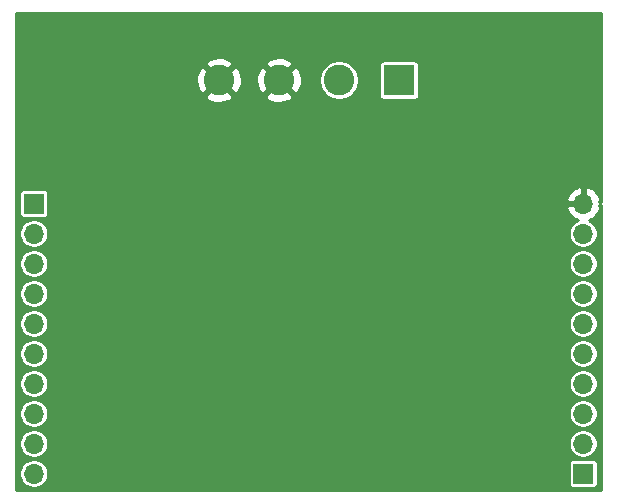
<source format=gbr>
%TF.GenerationSoftware,KiCad,Pcbnew,(5.1.10)-1*%
%TF.CreationDate,2022-09-18T09:06:00-05:00*%
%TF.ProjectId,digi_pot_tracer,64696769-5f70-46f7-945f-747261636572,A*%
%TF.SameCoordinates,Original*%
%TF.FileFunction,Copper,L2,Bot*%
%TF.FilePolarity,Positive*%
%FSLAX46Y46*%
G04 Gerber Fmt 4.6, Leading zero omitted, Abs format (unit mm)*
G04 Created by KiCad (PCBNEW (5.1.10)-1) date 2022-09-18 09:06:00*
%MOMM*%
%LPD*%
G01*
G04 APERTURE LIST*
%TA.AperFunction,ComponentPad*%
%ADD10O,1.700000X1.700000*%
%TD*%
%TA.AperFunction,ComponentPad*%
%ADD11R,1.700000X1.700000*%
%TD*%
%TA.AperFunction,ComponentPad*%
%ADD12C,2.600000*%
%TD*%
%TA.AperFunction,ComponentPad*%
%ADD13R,2.600000X2.600000*%
%TD*%
%TA.AperFunction,ViaPad*%
%ADD14C,0.508000*%
%TD*%
%TA.AperFunction,Conductor*%
%ADD15C,0.254000*%
%TD*%
%TA.AperFunction,Conductor*%
%ADD16C,0.100000*%
%TD*%
G04 APERTURE END LIST*
D10*
%TO.P,J3,10*%
%TO.N,GND*%
X204107000Y-73848000D03*
%TO.P,J3,9*%
%TO.N,PANEL_CURRENT*%
X204107000Y-76388000D03*
%TO.P,J3,8*%
%TO.N,Net-(J3-Pad8)*%
X204107000Y-78928000D03*
%TO.P,J3,7*%
%TO.N,Net-(J3-Pad7)*%
X204107000Y-81468000D03*
%TO.P,J3,6*%
%TO.N,Net-(J3-Pad6)*%
X204107000Y-84008000D03*
%TO.P,J3,5*%
%TO.N,Net-(J3-Pad5)*%
X204107000Y-86548000D03*
%TO.P,J3,4*%
%TO.N,Net-(J3-Pad4)*%
X204107000Y-89088000D03*
%TO.P,J3,3*%
%TO.N,Net-(J3-Pad3)*%
X204107000Y-91628000D03*
%TO.P,J3,2*%
%TO.N,Net-(J3-Pad2)*%
X204107000Y-94168000D03*
D11*
%TO.P,J3,1*%
%TO.N,Net-(J3-Pad1)*%
X204107000Y-96708000D03*
%TD*%
D10*
%TO.P,J2,10*%
%TO.N,Net-(J2-Pad10)*%
X157594000Y-96708000D03*
%TO.P,J2,9*%
%TO.N,Net-(J2-Pad9)*%
X157594000Y-94168000D03*
%TO.P,J2,8*%
%TO.N,Net-(J2-Pad8)*%
X157594000Y-91628000D03*
%TO.P,J2,7*%
%TO.N,Net-(J2-Pad7)*%
X157594000Y-89088000D03*
%TO.P,J2,6*%
%TO.N,PANEL_VOLTAGE*%
X157594000Y-86548000D03*
%TO.P,J2,5*%
%TO.N,Net-(J2-Pad5)*%
X157594000Y-84008000D03*
%TO.P,J2,4*%
%TO.N,Net-(J2-Pad4)*%
X157594000Y-81468000D03*
%TO.P,J2,3*%
%TO.N,Net-(J2-Pad3)*%
X157594000Y-78928000D03*
%TO.P,J2,2*%
%TO.N,Net-(J2-Pad2)*%
X157594000Y-76388000D03*
D11*
%TO.P,J2,1*%
%TO.N,VBUS*%
X157594000Y-73848000D03*
%TD*%
D12*
%TO.P,J1,4*%
%TO.N,GND*%
X173277500Y-63398500D03*
%TO.P,J1,3*%
X178357500Y-63398500D03*
%TO.P,J1,2*%
%TO.N,Net-(J1-Pad1)*%
X183437500Y-63398500D03*
D13*
%TO.P,J1,1*%
X188517500Y-63398500D03*
%TD*%
D14*
%TO.N,GND*%
X187134500Y-74676000D03*
X180213000Y-75946000D03*
X180213000Y-80899000D03*
X165100000Y-63119000D03*
X163512500Y-66294000D03*
X162052000Y-68389500D03*
X161861500Y-66230500D03*
X159829500Y-64706500D03*
X173736000Y-76390500D03*
X184404000Y-78740000D03*
X189788800Y-75438000D03*
X198755000Y-74803000D03*
X173228000Y-74549000D03*
X161798000Y-84074000D03*
%TD*%
D15*
%TO.N,GND*%
X205588001Y-73720998D02*
X205427156Y-73720998D01*
X205548476Y-73491110D01*
X205503825Y-73343901D01*
X205378641Y-73081080D01*
X205204588Y-72847731D01*
X204988355Y-72652822D01*
X204738252Y-72503843D01*
X204463891Y-72406519D01*
X204234000Y-72527186D01*
X204234000Y-73721000D01*
X204254000Y-73721000D01*
X204254000Y-73975000D01*
X204234000Y-73975000D01*
X204234000Y-73995000D01*
X203980000Y-73995000D01*
X203980000Y-73975000D01*
X202786845Y-73975000D01*
X202665524Y-74204890D01*
X202710175Y-74352099D01*
X202835359Y-74614920D01*
X203009412Y-74848269D01*
X203225645Y-75043178D01*
X203475748Y-75192157D01*
X203638168Y-75249772D01*
X203523903Y-75297102D01*
X203322283Y-75431820D01*
X203150820Y-75603283D01*
X203016102Y-75804903D01*
X202923307Y-76028931D01*
X202876000Y-76266757D01*
X202876000Y-76509243D01*
X202923307Y-76747069D01*
X203016102Y-76971097D01*
X203150820Y-77172717D01*
X203322283Y-77344180D01*
X203523903Y-77478898D01*
X203747931Y-77571693D01*
X203985757Y-77619000D01*
X204228243Y-77619000D01*
X204466069Y-77571693D01*
X204690097Y-77478898D01*
X204891717Y-77344180D01*
X205063180Y-77172717D01*
X205197898Y-76971097D01*
X205290693Y-76747069D01*
X205338000Y-76509243D01*
X205338000Y-76266757D01*
X205290693Y-76028931D01*
X205197898Y-75804903D01*
X205063180Y-75603283D01*
X204891717Y-75431820D01*
X204690097Y-75297102D01*
X204575832Y-75249772D01*
X204738252Y-75192157D01*
X204988355Y-75043178D01*
X205204588Y-74848269D01*
X205378641Y-74614920D01*
X205503825Y-74352099D01*
X205548476Y-74204890D01*
X205427156Y-73975002D01*
X205588001Y-73975002D01*
X205588000Y-98146000D01*
X156108000Y-98146000D01*
X156108000Y-96586757D01*
X156363000Y-96586757D01*
X156363000Y-96829243D01*
X156410307Y-97067069D01*
X156503102Y-97291097D01*
X156637820Y-97492717D01*
X156809283Y-97664180D01*
X157010903Y-97798898D01*
X157234931Y-97891693D01*
X157472757Y-97939000D01*
X157715243Y-97939000D01*
X157953069Y-97891693D01*
X158177097Y-97798898D01*
X158378717Y-97664180D01*
X158550180Y-97492717D01*
X158684898Y-97291097D01*
X158777693Y-97067069D01*
X158825000Y-96829243D01*
X158825000Y-96586757D01*
X158777693Y-96348931D01*
X158684898Y-96124903D01*
X158550180Y-95923283D01*
X158484897Y-95858000D01*
X202874157Y-95858000D01*
X202874157Y-97558000D01*
X202881513Y-97632689D01*
X202903299Y-97704508D01*
X202938678Y-97770696D01*
X202986289Y-97828711D01*
X203044304Y-97876322D01*
X203110492Y-97911701D01*
X203182311Y-97933487D01*
X203257000Y-97940843D01*
X204957000Y-97940843D01*
X205031689Y-97933487D01*
X205103508Y-97911701D01*
X205169696Y-97876322D01*
X205227711Y-97828711D01*
X205275322Y-97770696D01*
X205310701Y-97704508D01*
X205332487Y-97632689D01*
X205339843Y-97558000D01*
X205339843Y-95858000D01*
X205332487Y-95783311D01*
X205310701Y-95711492D01*
X205275322Y-95645304D01*
X205227711Y-95587289D01*
X205169696Y-95539678D01*
X205103508Y-95504299D01*
X205031689Y-95482513D01*
X204957000Y-95475157D01*
X203257000Y-95475157D01*
X203182311Y-95482513D01*
X203110492Y-95504299D01*
X203044304Y-95539678D01*
X202986289Y-95587289D01*
X202938678Y-95645304D01*
X202903299Y-95711492D01*
X202881513Y-95783311D01*
X202874157Y-95858000D01*
X158484897Y-95858000D01*
X158378717Y-95751820D01*
X158177097Y-95617102D01*
X157953069Y-95524307D01*
X157715243Y-95477000D01*
X157472757Y-95477000D01*
X157234931Y-95524307D01*
X157010903Y-95617102D01*
X156809283Y-95751820D01*
X156637820Y-95923283D01*
X156503102Y-96124903D01*
X156410307Y-96348931D01*
X156363000Y-96586757D01*
X156108000Y-96586757D01*
X156108000Y-94046757D01*
X156363000Y-94046757D01*
X156363000Y-94289243D01*
X156410307Y-94527069D01*
X156503102Y-94751097D01*
X156637820Y-94952717D01*
X156809283Y-95124180D01*
X157010903Y-95258898D01*
X157234931Y-95351693D01*
X157472757Y-95399000D01*
X157715243Y-95399000D01*
X157953069Y-95351693D01*
X158177097Y-95258898D01*
X158378717Y-95124180D01*
X158550180Y-94952717D01*
X158684898Y-94751097D01*
X158777693Y-94527069D01*
X158825000Y-94289243D01*
X158825000Y-94046757D01*
X202876000Y-94046757D01*
X202876000Y-94289243D01*
X202923307Y-94527069D01*
X203016102Y-94751097D01*
X203150820Y-94952717D01*
X203322283Y-95124180D01*
X203523903Y-95258898D01*
X203747931Y-95351693D01*
X203985757Y-95399000D01*
X204228243Y-95399000D01*
X204466069Y-95351693D01*
X204690097Y-95258898D01*
X204891717Y-95124180D01*
X205063180Y-94952717D01*
X205197898Y-94751097D01*
X205290693Y-94527069D01*
X205338000Y-94289243D01*
X205338000Y-94046757D01*
X205290693Y-93808931D01*
X205197898Y-93584903D01*
X205063180Y-93383283D01*
X204891717Y-93211820D01*
X204690097Y-93077102D01*
X204466069Y-92984307D01*
X204228243Y-92937000D01*
X203985757Y-92937000D01*
X203747931Y-92984307D01*
X203523903Y-93077102D01*
X203322283Y-93211820D01*
X203150820Y-93383283D01*
X203016102Y-93584903D01*
X202923307Y-93808931D01*
X202876000Y-94046757D01*
X158825000Y-94046757D01*
X158777693Y-93808931D01*
X158684898Y-93584903D01*
X158550180Y-93383283D01*
X158378717Y-93211820D01*
X158177097Y-93077102D01*
X157953069Y-92984307D01*
X157715243Y-92937000D01*
X157472757Y-92937000D01*
X157234931Y-92984307D01*
X157010903Y-93077102D01*
X156809283Y-93211820D01*
X156637820Y-93383283D01*
X156503102Y-93584903D01*
X156410307Y-93808931D01*
X156363000Y-94046757D01*
X156108000Y-94046757D01*
X156108000Y-91506757D01*
X156363000Y-91506757D01*
X156363000Y-91749243D01*
X156410307Y-91987069D01*
X156503102Y-92211097D01*
X156637820Y-92412717D01*
X156809283Y-92584180D01*
X157010903Y-92718898D01*
X157234931Y-92811693D01*
X157472757Y-92859000D01*
X157715243Y-92859000D01*
X157953069Y-92811693D01*
X158177097Y-92718898D01*
X158378717Y-92584180D01*
X158550180Y-92412717D01*
X158684898Y-92211097D01*
X158777693Y-91987069D01*
X158825000Y-91749243D01*
X158825000Y-91506757D01*
X202876000Y-91506757D01*
X202876000Y-91749243D01*
X202923307Y-91987069D01*
X203016102Y-92211097D01*
X203150820Y-92412717D01*
X203322283Y-92584180D01*
X203523903Y-92718898D01*
X203747931Y-92811693D01*
X203985757Y-92859000D01*
X204228243Y-92859000D01*
X204466069Y-92811693D01*
X204690097Y-92718898D01*
X204891717Y-92584180D01*
X205063180Y-92412717D01*
X205197898Y-92211097D01*
X205290693Y-91987069D01*
X205338000Y-91749243D01*
X205338000Y-91506757D01*
X205290693Y-91268931D01*
X205197898Y-91044903D01*
X205063180Y-90843283D01*
X204891717Y-90671820D01*
X204690097Y-90537102D01*
X204466069Y-90444307D01*
X204228243Y-90397000D01*
X203985757Y-90397000D01*
X203747931Y-90444307D01*
X203523903Y-90537102D01*
X203322283Y-90671820D01*
X203150820Y-90843283D01*
X203016102Y-91044903D01*
X202923307Y-91268931D01*
X202876000Y-91506757D01*
X158825000Y-91506757D01*
X158777693Y-91268931D01*
X158684898Y-91044903D01*
X158550180Y-90843283D01*
X158378717Y-90671820D01*
X158177097Y-90537102D01*
X157953069Y-90444307D01*
X157715243Y-90397000D01*
X157472757Y-90397000D01*
X157234931Y-90444307D01*
X157010903Y-90537102D01*
X156809283Y-90671820D01*
X156637820Y-90843283D01*
X156503102Y-91044903D01*
X156410307Y-91268931D01*
X156363000Y-91506757D01*
X156108000Y-91506757D01*
X156108000Y-88966757D01*
X156363000Y-88966757D01*
X156363000Y-89209243D01*
X156410307Y-89447069D01*
X156503102Y-89671097D01*
X156637820Y-89872717D01*
X156809283Y-90044180D01*
X157010903Y-90178898D01*
X157234931Y-90271693D01*
X157472757Y-90319000D01*
X157715243Y-90319000D01*
X157953069Y-90271693D01*
X158177097Y-90178898D01*
X158378717Y-90044180D01*
X158550180Y-89872717D01*
X158684898Y-89671097D01*
X158777693Y-89447069D01*
X158825000Y-89209243D01*
X158825000Y-88966757D01*
X202876000Y-88966757D01*
X202876000Y-89209243D01*
X202923307Y-89447069D01*
X203016102Y-89671097D01*
X203150820Y-89872717D01*
X203322283Y-90044180D01*
X203523903Y-90178898D01*
X203747931Y-90271693D01*
X203985757Y-90319000D01*
X204228243Y-90319000D01*
X204466069Y-90271693D01*
X204690097Y-90178898D01*
X204891717Y-90044180D01*
X205063180Y-89872717D01*
X205197898Y-89671097D01*
X205290693Y-89447069D01*
X205338000Y-89209243D01*
X205338000Y-88966757D01*
X205290693Y-88728931D01*
X205197898Y-88504903D01*
X205063180Y-88303283D01*
X204891717Y-88131820D01*
X204690097Y-87997102D01*
X204466069Y-87904307D01*
X204228243Y-87857000D01*
X203985757Y-87857000D01*
X203747931Y-87904307D01*
X203523903Y-87997102D01*
X203322283Y-88131820D01*
X203150820Y-88303283D01*
X203016102Y-88504903D01*
X202923307Y-88728931D01*
X202876000Y-88966757D01*
X158825000Y-88966757D01*
X158777693Y-88728931D01*
X158684898Y-88504903D01*
X158550180Y-88303283D01*
X158378717Y-88131820D01*
X158177097Y-87997102D01*
X157953069Y-87904307D01*
X157715243Y-87857000D01*
X157472757Y-87857000D01*
X157234931Y-87904307D01*
X157010903Y-87997102D01*
X156809283Y-88131820D01*
X156637820Y-88303283D01*
X156503102Y-88504903D01*
X156410307Y-88728931D01*
X156363000Y-88966757D01*
X156108000Y-88966757D01*
X156108000Y-86426757D01*
X156363000Y-86426757D01*
X156363000Y-86669243D01*
X156410307Y-86907069D01*
X156503102Y-87131097D01*
X156637820Y-87332717D01*
X156809283Y-87504180D01*
X157010903Y-87638898D01*
X157234931Y-87731693D01*
X157472757Y-87779000D01*
X157715243Y-87779000D01*
X157953069Y-87731693D01*
X158177097Y-87638898D01*
X158378717Y-87504180D01*
X158550180Y-87332717D01*
X158684898Y-87131097D01*
X158777693Y-86907069D01*
X158825000Y-86669243D01*
X158825000Y-86426757D01*
X202876000Y-86426757D01*
X202876000Y-86669243D01*
X202923307Y-86907069D01*
X203016102Y-87131097D01*
X203150820Y-87332717D01*
X203322283Y-87504180D01*
X203523903Y-87638898D01*
X203747931Y-87731693D01*
X203985757Y-87779000D01*
X204228243Y-87779000D01*
X204466069Y-87731693D01*
X204690097Y-87638898D01*
X204891717Y-87504180D01*
X205063180Y-87332717D01*
X205197898Y-87131097D01*
X205290693Y-86907069D01*
X205338000Y-86669243D01*
X205338000Y-86426757D01*
X205290693Y-86188931D01*
X205197898Y-85964903D01*
X205063180Y-85763283D01*
X204891717Y-85591820D01*
X204690097Y-85457102D01*
X204466069Y-85364307D01*
X204228243Y-85317000D01*
X203985757Y-85317000D01*
X203747931Y-85364307D01*
X203523903Y-85457102D01*
X203322283Y-85591820D01*
X203150820Y-85763283D01*
X203016102Y-85964903D01*
X202923307Y-86188931D01*
X202876000Y-86426757D01*
X158825000Y-86426757D01*
X158777693Y-86188931D01*
X158684898Y-85964903D01*
X158550180Y-85763283D01*
X158378717Y-85591820D01*
X158177097Y-85457102D01*
X157953069Y-85364307D01*
X157715243Y-85317000D01*
X157472757Y-85317000D01*
X157234931Y-85364307D01*
X157010903Y-85457102D01*
X156809283Y-85591820D01*
X156637820Y-85763283D01*
X156503102Y-85964903D01*
X156410307Y-86188931D01*
X156363000Y-86426757D01*
X156108000Y-86426757D01*
X156108000Y-83886757D01*
X156363000Y-83886757D01*
X156363000Y-84129243D01*
X156410307Y-84367069D01*
X156503102Y-84591097D01*
X156637820Y-84792717D01*
X156809283Y-84964180D01*
X157010903Y-85098898D01*
X157234931Y-85191693D01*
X157472757Y-85239000D01*
X157715243Y-85239000D01*
X157953069Y-85191693D01*
X158177097Y-85098898D01*
X158378717Y-84964180D01*
X158550180Y-84792717D01*
X158684898Y-84591097D01*
X158777693Y-84367069D01*
X158825000Y-84129243D01*
X158825000Y-83886757D01*
X202876000Y-83886757D01*
X202876000Y-84129243D01*
X202923307Y-84367069D01*
X203016102Y-84591097D01*
X203150820Y-84792717D01*
X203322283Y-84964180D01*
X203523903Y-85098898D01*
X203747931Y-85191693D01*
X203985757Y-85239000D01*
X204228243Y-85239000D01*
X204466069Y-85191693D01*
X204690097Y-85098898D01*
X204891717Y-84964180D01*
X205063180Y-84792717D01*
X205197898Y-84591097D01*
X205290693Y-84367069D01*
X205338000Y-84129243D01*
X205338000Y-83886757D01*
X205290693Y-83648931D01*
X205197898Y-83424903D01*
X205063180Y-83223283D01*
X204891717Y-83051820D01*
X204690097Y-82917102D01*
X204466069Y-82824307D01*
X204228243Y-82777000D01*
X203985757Y-82777000D01*
X203747931Y-82824307D01*
X203523903Y-82917102D01*
X203322283Y-83051820D01*
X203150820Y-83223283D01*
X203016102Y-83424903D01*
X202923307Y-83648931D01*
X202876000Y-83886757D01*
X158825000Y-83886757D01*
X158777693Y-83648931D01*
X158684898Y-83424903D01*
X158550180Y-83223283D01*
X158378717Y-83051820D01*
X158177097Y-82917102D01*
X157953069Y-82824307D01*
X157715243Y-82777000D01*
X157472757Y-82777000D01*
X157234931Y-82824307D01*
X157010903Y-82917102D01*
X156809283Y-83051820D01*
X156637820Y-83223283D01*
X156503102Y-83424903D01*
X156410307Y-83648931D01*
X156363000Y-83886757D01*
X156108000Y-83886757D01*
X156108000Y-81346757D01*
X156363000Y-81346757D01*
X156363000Y-81589243D01*
X156410307Y-81827069D01*
X156503102Y-82051097D01*
X156637820Y-82252717D01*
X156809283Y-82424180D01*
X157010903Y-82558898D01*
X157234931Y-82651693D01*
X157472757Y-82699000D01*
X157715243Y-82699000D01*
X157953069Y-82651693D01*
X158177097Y-82558898D01*
X158378717Y-82424180D01*
X158550180Y-82252717D01*
X158684898Y-82051097D01*
X158777693Y-81827069D01*
X158825000Y-81589243D01*
X158825000Y-81346757D01*
X202876000Y-81346757D01*
X202876000Y-81589243D01*
X202923307Y-81827069D01*
X203016102Y-82051097D01*
X203150820Y-82252717D01*
X203322283Y-82424180D01*
X203523903Y-82558898D01*
X203747931Y-82651693D01*
X203985757Y-82699000D01*
X204228243Y-82699000D01*
X204466069Y-82651693D01*
X204690097Y-82558898D01*
X204891717Y-82424180D01*
X205063180Y-82252717D01*
X205197898Y-82051097D01*
X205290693Y-81827069D01*
X205338000Y-81589243D01*
X205338000Y-81346757D01*
X205290693Y-81108931D01*
X205197898Y-80884903D01*
X205063180Y-80683283D01*
X204891717Y-80511820D01*
X204690097Y-80377102D01*
X204466069Y-80284307D01*
X204228243Y-80237000D01*
X203985757Y-80237000D01*
X203747931Y-80284307D01*
X203523903Y-80377102D01*
X203322283Y-80511820D01*
X203150820Y-80683283D01*
X203016102Y-80884903D01*
X202923307Y-81108931D01*
X202876000Y-81346757D01*
X158825000Y-81346757D01*
X158777693Y-81108931D01*
X158684898Y-80884903D01*
X158550180Y-80683283D01*
X158378717Y-80511820D01*
X158177097Y-80377102D01*
X157953069Y-80284307D01*
X157715243Y-80237000D01*
X157472757Y-80237000D01*
X157234931Y-80284307D01*
X157010903Y-80377102D01*
X156809283Y-80511820D01*
X156637820Y-80683283D01*
X156503102Y-80884903D01*
X156410307Y-81108931D01*
X156363000Y-81346757D01*
X156108000Y-81346757D01*
X156108000Y-78806757D01*
X156363000Y-78806757D01*
X156363000Y-79049243D01*
X156410307Y-79287069D01*
X156503102Y-79511097D01*
X156637820Y-79712717D01*
X156809283Y-79884180D01*
X157010903Y-80018898D01*
X157234931Y-80111693D01*
X157472757Y-80159000D01*
X157715243Y-80159000D01*
X157953069Y-80111693D01*
X158177097Y-80018898D01*
X158378717Y-79884180D01*
X158550180Y-79712717D01*
X158684898Y-79511097D01*
X158777693Y-79287069D01*
X158825000Y-79049243D01*
X158825000Y-78806757D01*
X202876000Y-78806757D01*
X202876000Y-79049243D01*
X202923307Y-79287069D01*
X203016102Y-79511097D01*
X203150820Y-79712717D01*
X203322283Y-79884180D01*
X203523903Y-80018898D01*
X203747931Y-80111693D01*
X203985757Y-80159000D01*
X204228243Y-80159000D01*
X204466069Y-80111693D01*
X204690097Y-80018898D01*
X204891717Y-79884180D01*
X205063180Y-79712717D01*
X205197898Y-79511097D01*
X205290693Y-79287069D01*
X205338000Y-79049243D01*
X205338000Y-78806757D01*
X205290693Y-78568931D01*
X205197898Y-78344903D01*
X205063180Y-78143283D01*
X204891717Y-77971820D01*
X204690097Y-77837102D01*
X204466069Y-77744307D01*
X204228243Y-77697000D01*
X203985757Y-77697000D01*
X203747931Y-77744307D01*
X203523903Y-77837102D01*
X203322283Y-77971820D01*
X203150820Y-78143283D01*
X203016102Y-78344903D01*
X202923307Y-78568931D01*
X202876000Y-78806757D01*
X158825000Y-78806757D01*
X158777693Y-78568931D01*
X158684898Y-78344903D01*
X158550180Y-78143283D01*
X158378717Y-77971820D01*
X158177097Y-77837102D01*
X157953069Y-77744307D01*
X157715243Y-77697000D01*
X157472757Y-77697000D01*
X157234931Y-77744307D01*
X157010903Y-77837102D01*
X156809283Y-77971820D01*
X156637820Y-78143283D01*
X156503102Y-78344903D01*
X156410307Y-78568931D01*
X156363000Y-78806757D01*
X156108000Y-78806757D01*
X156108000Y-76266757D01*
X156363000Y-76266757D01*
X156363000Y-76509243D01*
X156410307Y-76747069D01*
X156503102Y-76971097D01*
X156637820Y-77172717D01*
X156809283Y-77344180D01*
X157010903Y-77478898D01*
X157234931Y-77571693D01*
X157472757Y-77619000D01*
X157715243Y-77619000D01*
X157953069Y-77571693D01*
X158177097Y-77478898D01*
X158378717Y-77344180D01*
X158550180Y-77172717D01*
X158684898Y-76971097D01*
X158777693Y-76747069D01*
X158825000Y-76509243D01*
X158825000Y-76266757D01*
X158777693Y-76028931D01*
X158684898Y-75804903D01*
X158550180Y-75603283D01*
X158378717Y-75431820D01*
X158177097Y-75297102D01*
X157953069Y-75204307D01*
X157715243Y-75157000D01*
X157472757Y-75157000D01*
X157234931Y-75204307D01*
X157010903Y-75297102D01*
X156809283Y-75431820D01*
X156637820Y-75603283D01*
X156503102Y-75804903D01*
X156410307Y-76028931D01*
X156363000Y-76266757D01*
X156108000Y-76266757D01*
X156108000Y-72998000D01*
X156361157Y-72998000D01*
X156361157Y-74698000D01*
X156368513Y-74772689D01*
X156390299Y-74844508D01*
X156425678Y-74910696D01*
X156473289Y-74968711D01*
X156531304Y-75016322D01*
X156597492Y-75051701D01*
X156669311Y-75073487D01*
X156744000Y-75080843D01*
X158444000Y-75080843D01*
X158518689Y-75073487D01*
X158590508Y-75051701D01*
X158656696Y-75016322D01*
X158714711Y-74968711D01*
X158762322Y-74910696D01*
X158797701Y-74844508D01*
X158819487Y-74772689D01*
X158826843Y-74698000D01*
X158826843Y-73491110D01*
X202665524Y-73491110D01*
X202786845Y-73721000D01*
X203980000Y-73721000D01*
X203980000Y-72527186D01*
X203750109Y-72406519D01*
X203475748Y-72503843D01*
X203225645Y-72652822D01*
X203009412Y-72847731D01*
X202835359Y-73081080D01*
X202710175Y-73343901D01*
X202665524Y-73491110D01*
X158826843Y-73491110D01*
X158826843Y-72998000D01*
X158819487Y-72923311D01*
X158797701Y-72851492D01*
X158762322Y-72785304D01*
X158714711Y-72727289D01*
X158656696Y-72679678D01*
X158590508Y-72644299D01*
X158518689Y-72622513D01*
X158444000Y-72615157D01*
X156744000Y-72615157D01*
X156669311Y-72622513D01*
X156597492Y-72644299D01*
X156531304Y-72679678D01*
X156473289Y-72727289D01*
X156425678Y-72785304D01*
X156390299Y-72851492D01*
X156368513Y-72923311D01*
X156361157Y-72998000D01*
X156108000Y-72998000D01*
X156108000Y-64747724D01*
X172107881Y-64747724D01*
X172239817Y-65042812D01*
X172580545Y-65213659D01*
X172948057Y-65314750D01*
X173328229Y-65342201D01*
X173706451Y-65294957D01*
X174068190Y-65174833D01*
X174315183Y-65042812D01*
X174447119Y-64747724D01*
X177187881Y-64747724D01*
X177319817Y-65042812D01*
X177660545Y-65213659D01*
X178028057Y-65314750D01*
X178408229Y-65342201D01*
X178786451Y-65294957D01*
X179148190Y-65174833D01*
X179395183Y-65042812D01*
X179527119Y-64747724D01*
X178357500Y-63578105D01*
X177187881Y-64747724D01*
X174447119Y-64747724D01*
X173277500Y-63578105D01*
X172107881Y-64747724D01*
X156108000Y-64747724D01*
X156108000Y-63449229D01*
X171333799Y-63449229D01*
X171381043Y-63827451D01*
X171501167Y-64189190D01*
X171633188Y-64436183D01*
X171928276Y-64568119D01*
X173097895Y-63398500D01*
X173457105Y-63398500D01*
X174626724Y-64568119D01*
X174921812Y-64436183D01*
X175092659Y-64095455D01*
X175193750Y-63727943D01*
X175213875Y-63449229D01*
X176413799Y-63449229D01*
X176461043Y-63827451D01*
X176581167Y-64189190D01*
X176713188Y-64436183D01*
X177008276Y-64568119D01*
X178177895Y-63398500D01*
X178537105Y-63398500D01*
X179706724Y-64568119D01*
X180001812Y-64436183D01*
X180172659Y-64095455D01*
X180273750Y-63727943D01*
X180301201Y-63347771D01*
X180286857Y-63232936D01*
X181756500Y-63232936D01*
X181756500Y-63564064D01*
X181821100Y-63888830D01*
X181947817Y-64194752D01*
X182131782Y-64470075D01*
X182365925Y-64704218D01*
X182641248Y-64888183D01*
X182947170Y-65014900D01*
X183271936Y-65079500D01*
X183603064Y-65079500D01*
X183927830Y-65014900D01*
X184233752Y-64888183D01*
X184509075Y-64704218D01*
X184743218Y-64470075D01*
X184927183Y-64194752D01*
X185053900Y-63888830D01*
X185118500Y-63564064D01*
X185118500Y-63232936D01*
X185053900Y-62908170D01*
X184927183Y-62602248D01*
X184743218Y-62326925D01*
X184514793Y-62098500D01*
X186834657Y-62098500D01*
X186834657Y-64698500D01*
X186842013Y-64773189D01*
X186863799Y-64845008D01*
X186899178Y-64911196D01*
X186946789Y-64969211D01*
X187004804Y-65016822D01*
X187070992Y-65052201D01*
X187142811Y-65073987D01*
X187217500Y-65081343D01*
X189817500Y-65081343D01*
X189892189Y-65073987D01*
X189964008Y-65052201D01*
X190030196Y-65016822D01*
X190088211Y-64969211D01*
X190135822Y-64911196D01*
X190171201Y-64845008D01*
X190192987Y-64773189D01*
X190200343Y-64698500D01*
X190200343Y-62098500D01*
X190192987Y-62023811D01*
X190171201Y-61951992D01*
X190135822Y-61885804D01*
X190088211Y-61827789D01*
X190030196Y-61780178D01*
X189964008Y-61744799D01*
X189892189Y-61723013D01*
X189817500Y-61715657D01*
X187217500Y-61715657D01*
X187142811Y-61723013D01*
X187070992Y-61744799D01*
X187004804Y-61780178D01*
X186946789Y-61827789D01*
X186899178Y-61885804D01*
X186863799Y-61951992D01*
X186842013Y-62023811D01*
X186834657Y-62098500D01*
X184514793Y-62098500D01*
X184509075Y-62092782D01*
X184233752Y-61908817D01*
X183927830Y-61782100D01*
X183603064Y-61717500D01*
X183271936Y-61717500D01*
X182947170Y-61782100D01*
X182641248Y-61908817D01*
X182365925Y-62092782D01*
X182131782Y-62326925D01*
X181947817Y-62602248D01*
X181821100Y-62908170D01*
X181756500Y-63232936D01*
X180286857Y-63232936D01*
X180253957Y-62969549D01*
X180133833Y-62607810D01*
X180001812Y-62360817D01*
X179706724Y-62228881D01*
X178537105Y-63398500D01*
X178177895Y-63398500D01*
X177008276Y-62228881D01*
X176713188Y-62360817D01*
X176542341Y-62701545D01*
X176441250Y-63069057D01*
X176413799Y-63449229D01*
X175213875Y-63449229D01*
X175221201Y-63347771D01*
X175173957Y-62969549D01*
X175053833Y-62607810D01*
X174921812Y-62360817D01*
X174626724Y-62228881D01*
X173457105Y-63398500D01*
X173097895Y-63398500D01*
X171928276Y-62228881D01*
X171633188Y-62360817D01*
X171462341Y-62701545D01*
X171361250Y-63069057D01*
X171333799Y-63449229D01*
X156108000Y-63449229D01*
X156108000Y-62049276D01*
X172107881Y-62049276D01*
X173277500Y-63218895D01*
X174447119Y-62049276D01*
X177187881Y-62049276D01*
X178357500Y-63218895D01*
X179527119Y-62049276D01*
X179395183Y-61754188D01*
X179054455Y-61583341D01*
X178686943Y-61482250D01*
X178306771Y-61454799D01*
X177928549Y-61502043D01*
X177566810Y-61622167D01*
X177319817Y-61754188D01*
X177187881Y-62049276D01*
X174447119Y-62049276D01*
X174315183Y-61754188D01*
X173974455Y-61583341D01*
X173606943Y-61482250D01*
X173226771Y-61454799D01*
X172848549Y-61502043D01*
X172486810Y-61622167D01*
X172239817Y-61754188D01*
X172107881Y-62049276D01*
X156108000Y-62049276D01*
X156108000Y-57746500D01*
X205588001Y-57746500D01*
X205588001Y-73720998D01*
%TA.AperFunction,Conductor*%
D16*
G36*
X205588001Y-73720998D02*
G01*
X205427156Y-73720998D01*
X205548476Y-73491110D01*
X205503825Y-73343901D01*
X205378641Y-73081080D01*
X205204588Y-72847731D01*
X204988355Y-72652822D01*
X204738252Y-72503843D01*
X204463891Y-72406519D01*
X204234000Y-72527186D01*
X204234000Y-73721000D01*
X204254000Y-73721000D01*
X204254000Y-73975000D01*
X204234000Y-73975000D01*
X204234000Y-73995000D01*
X203980000Y-73995000D01*
X203980000Y-73975000D01*
X202786845Y-73975000D01*
X202665524Y-74204890D01*
X202710175Y-74352099D01*
X202835359Y-74614920D01*
X203009412Y-74848269D01*
X203225645Y-75043178D01*
X203475748Y-75192157D01*
X203638168Y-75249772D01*
X203523903Y-75297102D01*
X203322283Y-75431820D01*
X203150820Y-75603283D01*
X203016102Y-75804903D01*
X202923307Y-76028931D01*
X202876000Y-76266757D01*
X202876000Y-76509243D01*
X202923307Y-76747069D01*
X203016102Y-76971097D01*
X203150820Y-77172717D01*
X203322283Y-77344180D01*
X203523903Y-77478898D01*
X203747931Y-77571693D01*
X203985757Y-77619000D01*
X204228243Y-77619000D01*
X204466069Y-77571693D01*
X204690097Y-77478898D01*
X204891717Y-77344180D01*
X205063180Y-77172717D01*
X205197898Y-76971097D01*
X205290693Y-76747069D01*
X205338000Y-76509243D01*
X205338000Y-76266757D01*
X205290693Y-76028931D01*
X205197898Y-75804903D01*
X205063180Y-75603283D01*
X204891717Y-75431820D01*
X204690097Y-75297102D01*
X204575832Y-75249772D01*
X204738252Y-75192157D01*
X204988355Y-75043178D01*
X205204588Y-74848269D01*
X205378641Y-74614920D01*
X205503825Y-74352099D01*
X205548476Y-74204890D01*
X205427156Y-73975002D01*
X205588001Y-73975002D01*
X205588000Y-98146000D01*
X156108000Y-98146000D01*
X156108000Y-96586757D01*
X156363000Y-96586757D01*
X156363000Y-96829243D01*
X156410307Y-97067069D01*
X156503102Y-97291097D01*
X156637820Y-97492717D01*
X156809283Y-97664180D01*
X157010903Y-97798898D01*
X157234931Y-97891693D01*
X157472757Y-97939000D01*
X157715243Y-97939000D01*
X157953069Y-97891693D01*
X158177097Y-97798898D01*
X158378717Y-97664180D01*
X158550180Y-97492717D01*
X158684898Y-97291097D01*
X158777693Y-97067069D01*
X158825000Y-96829243D01*
X158825000Y-96586757D01*
X158777693Y-96348931D01*
X158684898Y-96124903D01*
X158550180Y-95923283D01*
X158484897Y-95858000D01*
X202874157Y-95858000D01*
X202874157Y-97558000D01*
X202881513Y-97632689D01*
X202903299Y-97704508D01*
X202938678Y-97770696D01*
X202986289Y-97828711D01*
X203044304Y-97876322D01*
X203110492Y-97911701D01*
X203182311Y-97933487D01*
X203257000Y-97940843D01*
X204957000Y-97940843D01*
X205031689Y-97933487D01*
X205103508Y-97911701D01*
X205169696Y-97876322D01*
X205227711Y-97828711D01*
X205275322Y-97770696D01*
X205310701Y-97704508D01*
X205332487Y-97632689D01*
X205339843Y-97558000D01*
X205339843Y-95858000D01*
X205332487Y-95783311D01*
X205310701Y-95711492D01*
X205275322Y-95645304D01*
X205227711Y-95587289D01*
X205169696Y-95539678D01*
X205103508Y-95504299D01*
X205031689Y-95482513D01*
X204957000Y-95475157D01*
X203257000Y-95475157D01*
X203182311Y-95482513D01*
X203110492Y-95504299D01*
X203044304Y-95539678D01*
X202986289Y-95587289D01*
X202938678Y-95645304D01*
X202903299Y-95711492D01*
X202881513Y-95783311D01*
X202874157Y-95858000D01*
X158484897Y-95858000D01*
X158378717Y-95751820D01*
X158177097Y-95617102D01*
X157953069Y-95524307D01*
X157715243Y-95477000D01*
X157472757Y-95477000D01*
X157234931Y-95524307D01*
X157010903Y-95617102D01*
X156809283Y-95751820D01*
X156637820Y-95923283D01*
X156503102Y-96124903D01*
X156410307Y-96348931D01*
X156363000Y-96586757D01*
X156108000Y-96586757D01*
X156108000Y-94046757D01*
X156363000Y-94046757D01*
X156363000Y-94289243D01*
X156410307Y-94527069D01*
X156503102Y-94751097D01*
X156637820Y-94952717D01*
X156809283Y-95124180D01*
X157010903Y-95258898D01*
X157234931Y-95351693D01*
X157472757Y-95399000D01*
X157715243Y-95399000D01*
X157953069Y-95351693D01*
X158177097Y-95258898D01*
X158378717Y-95124180D01*
X158550180Y-94952717D01*
X158684898Y-94751097D01*
X158777693Y-94527069D01*
X158825000Y-94289243D01*
X158825000Y-94046757D01*
X202876000Y-94046757D01*
X202876000Y-94289243D01*
X202923307Y-94527069D01*
X203016102Y-94751097D01*
X203150820Y-94952717D01*
X203322283Y-95124180D01*
X203523903Y-95258898D01*
X203747931Y-95351693D01*
X203985757Y-95399000D01*
X204228243Y-95399000D01*
X204466069Y-95351693D01*
X204690097Y-95258898D01*
X204891717Y-95124180D01*
X205063180Y-94952717D01*
X205197898Y-94751097D01*
X205290693Y-94527069D01*
X205338000Y-94289243D01*
X205338000Y-94046757D01*
X205290693Y-93808931D01*
X205197898Y-93584903D01*
X205063180Y-93383283D01*
X204891717Y-93211820D01*
X204690097Y-93077102D01*
X204466069Y-92984307D01*
X204228243Y-92937000D01*
X203985757Y-92937000D01*
X203747931Y-92984307D01*
X203523903Y-93077102D01*
X203322283Y-93211820D01*
X203150820Y-93383283D01*
X203016102Y-93584903D01*
X202923307Y-93808931D01*
X202876000Y-94046757D01*
X158825000Y-94046757D01*
X158777693Y-93808931D01*
X158684898Y-93584903D01*
X158550180Y-93383283D01*
X158378717Y-93211820D01*
X158177097Y-93077102D01*
X157953069Y-92984307D01*
X157715243Y-92937000D01*
X157472757Y-92937000D01*
X157234931Y-92984307D01*
X157010903Y-93077102D01*
X156809283Y-93211820D01*
X156637820Y-93383283D01*
X156503102Y-93584903D01*
X156410307Y-93808931D01*
X156363000Y-94046757D01*
X156108000Y-94046757D01*
X156108000Y-91506757D01*
X156363000Y-91506757D01*
X156363000Y-91749243D01*
X156410307Y-91987069D01*
X156503102Y-92211097D01*
X156637820Y-92412717D01*
X156809283Y-92584180D01*
X157010903Y-92718898D01*
X157234931Y-92811693D01*
X157472757Y-92859000D01*
X157715243Y-92859000D01*
X157953069Y-92811693D01*
X158177097Y-92718898D01*
X158378717Y-92584180D01*
X158550180Y-92412717D01*
X158684898Y-92211097D01*
X158777693Y-91987069D01*
X158825000Y-91749243D01*
X158825000Y-91506757D01*
X202876000Y-91506757D01*
X202876000Y-91749243D01*
X202923307Y-91987069D01*
X203016102Y-92211097D01*
X203150820Y-92412717D01*
X203322283Y-92584180D01*
X203523903Y-92718898D01*
X203747931Y-92811693D01*
X203985757Y-92859000D01*
X204228243Y-92859000D01*
X204466069Y-92811693D01*
X204690097Y-92718898D01*
X204891717Y-92584180D01*
X205063180Y-92412717D01*
X205197898Y-92211097D01*
X205290693Y-91987069D01*
X205338000Y-91749243D01*
X205338000Y-91506757D01*
X205290693Y-91268931D01*
X205197898Y-91044903D01*
X205063180Y-90843283D01*
X204891717Y-90671820D01*
X204690097Y-90537102D01*
X204466069Y-90444307D01*
X204228243Y-90397000D01*
X203985757Y-90397000D01*
X203747931Y-90444307D01*
X203523903Y-90537102D01*
X203322283Y-90671820D01*
X203150820Y-90843283D01*
X203016102Y-91044903D01*
X202923307Y-91268931D01*
X202876000Y-91506757D01*
X158825000Y-91506757D01*
X158777693Y-91268931D01*
X158684898Y-91044903D01*
X158550180Y-90843283D01*
X158378717Y-90671820D01*
X158177097Y-90537102D01*
X157953069Y-90444307D01*
X157715243Y-90397000D01*
X157472757Y-90397000D01*
X157234931Y-90444307D01*
X157010903Y-90537102D01*
X156809283Y-90671820D01*
X156637820Y-90843283D01*
X156503102Y-91044903D01*
X156410307Y-91268931D01*
X156363000Y-91506757D01*
X156108000Y-91506757D01*
X156108000Y-88966757D01*
X156363000Y-88966757D01*
X156363000Y-89209243D01*
X156410307Y-89447069D01*
X156503102Y-89671097D01*
X156637820Y-89872717D01*
X156809283Y-90044180D01*
X157010903Y-90178898D01*
X157234931Y-90271693D01*
X157472757Y-90319000D01*
X157715243Y-90319000D01*
X157953069Y-90271693D01*
X158177097Y-90178898D01*
X158378717Y-90044180D01*
X158550180Y-89872717D01*
X158684898Y-89671097D01*
X158777693Y-89447069D01*
X158825000Y-89209243D01*
X158825000Y-88966757D01*
X202876000Y-88966757D01*
X202876000Y-89209243D01*
X202923307Y-89447069D01*
X203016102Y-89671097D01*
X203150820Y-89872717D01*
X203322283Y-90044180D01*
X203523903Y-90178898D01*
X203747931Y-90271693D01*
X203985757Y-90319000D01*
X204228243Y-90319000D01*
X204466069Y-90271693D01*
X204690097Y-90178898D01*
X204891717Y-90044180D01*
X205063180Y-89872717D01*
X205197898Y-89671097D01*
X205290693Y-89447069D01*
X205338000Y-89209243D01*
X205338000Y-88966757D01*
X205290693Y-88728931D01*
X205197898Y-88504903D01*
X205063180Y-88303283D01*
X204891717Y-88131820D01*
X204690097Y-87997102D01*
X204466069Y-87904307D01*
X204228243Y-87857000D01*
X203985757Y-87857000D01*
X203747931Y-87904307D01*
X203523903Y-87997102D01*
X203322283Y-88131820D01*
X203150820Y-88303283D01*
X203016102Y-88504903D01*
X202923307Y-88728931D01*
X202876000Y-88966757D01*
X158825000Y-88966757D01*
X158777693Y-88728931D01*
X158684898Y-88504903D01*
X158550180Y-88303283D01*
X158378717Y-88131820D01*
X158177097Y-87997102D01*
X157953069Y-87904307D01*
X157715243Y-87857000D01*
X157472757Y-87857000D01*
X157234931Y-87904307D01*
X157010903Y-87997102D01*
X156809283Y-88131820D01*
X156637820Y-88303283D01*
X156503102Y-88504903D01*
X156410307Y-88728931D01*
X156363000Y-88966757D01*
X156108000Y-88966757D01*
X156108000Y-86426757D01*
X156363000Y-86426757D01*
X156363000Y-86669243D01*
X156410307Y-86907069D01*
X156503102Y-87131097D01*
X156637820Y-87332717D01*
X156809283Y-87504180D01*
X157010903Y-87638898D01*
X157234931Y-87731693D01*
X157472757Y-87779000D01*
X157715243Y-87779000D01*
X157953069Y-87731693D01*
X158177097Y-87638898D01*
X158378717Y-87504180D01*
X158550180Y-87332717D01*
X158684898Y-87131097D01*
X158777693Y-86907069D01*
X158825000Y-86669243D01*
X158825000Y-86426757D01*
X202876000Y-86426757D01*
X202876000Y-86669243D01*
X202923307Y-86907069D01*
X203016102Y-87131097D01*
X203150820Y-87332717D01*
X203322283Y-87504180D01*
X203523903Y-87638898D01*
X203747931Y-87731693D01*
X203985757Y-87779000D01*
X204228243Y-87779000D01*
X204466069Y-87731693D01*
X204690097Y-87638898D01*
X204891717Y-87504180D01*
X205063180Y-87332717D01*
X205197898Y-87131097D01*
X205290693Y-86907069D01*
X205338000Y-86669243D01*
X205338000Y-86426757D01*
X205290693Y-86188931D01*
X205197898Y-85964903D01*
X205063180Y-85763283D01*
X204891717Y-85591820D01*
X204690097Y-85457102D01*
X204466069Y-85364307D01*
X204228243Y-85317000D01*
X203985757Y-85317000D01*
X203747931Y-85364307D01*
X203523903Y-85457102D01*
X203322283Y-85591820D01*
X203150820Y-85763283D01*
X203016102Y-85964903D01*
X202923307Y-86188931D01*
X202876000Y-86426757D01*
X158825000Y-86426757D01*
X158777693Y-86188931D01*
X158684898Y-85964903D01*
X158550180Y-85763283D01*
X158378717Y-85591820D01*
X158177097Y-85457102D01*
X157953069Y-85364307D01*
X157715243Y-85317000D01*
X157472757Y-85317000D01*
X157234931Y-85364307D01*
X157010903Y-85457102D01*
X156809283Y-85591820D01*
X156637820Y-85763283D01*
X156503102Y-85964903D01*
X156410307Y-86188931D01*
X156363000Y-86426757D01*
X156108000Y-86426757D01*
X156108000Y-83886757D01*
X156363000Y-83886757D01*
X156363000Y-84129243D01*
X156410307Y-84367069D01*
X156503102Y-84591097D01*
X156637820Y-84792717D01*
X156809283Y-84964180D01*
X157010903Y-85098898D01*
X157234931Y-85191693D01*
X157472757Y-85239000D01*
X157715243Y-85239000D01*
X157953069Y-85191693D01*
X158177097Y-85098898D01*
X158378717Y-84964180D01*
X158550180Y-84792717D01*
X158684898Y-84591097D01*
X158777693Y-84367069D01*
X158825000Y-84129243D01*
X158825000Y-83886757D01*
X202876000Y-83886757D01*
X202876000Y-84129243D01*
X202923307Y-84367069D01*
X203016102Y-84591097D01*
X203150820Y-84792717D01*
X203322283Y-84964180D01*
X203523903Y-85098898D01*
X203747931Y-85191693D01*
X203985757Y-85239000D01*
X204228243Y-85239000D01*
X204466069Y-85191693D01*
X204690097Y-85098898D01*
X204891717Y-84964180D01*
X205063180Y-84792717D01*
X205197898Y-84591097D01*
X205290693Y-84367069D01*
X205338000Y-84129243D01*
X205338000Y-83886757D01*
X205290693Y-83648931D01*
X205197898Y-83424903D01*
X205063180Y-83223283D01*
X204891717Y-83051820D01*
X204690097Y-82917102D01*
X204466069Y-82824307D01*
X204228243Y-82777000D01*
X203985757Y-82777000D01*
X203747931Y-82824307D01*
X203523903Y-82917102D01*
X203322283Y-83051820D01*
X203150820Y-83223283D01*
X203016102Y-83424903D01*
X202923307Y-83648931D01*
X202876000Y-83886757D01*
X158825000Y-83886757D01*
X158777693Y-83648931D01*
X158684898Y-83424903D01*
X158550180Y-83223283D01*
X158378717Y-83051820D01*
X158177097Y-82917102D01*
X157953069Y-82824307D01*
X157715243Y-82777000D01*
X157472757Y-82777000D01*
X157234931Y-82824307D01*
X157010903Y-82917102D01*
X156809283Y-83051820D01*
X156637820Y-83223283D01*
X156503102Y-83424903D01*
X156410307Y-83648931D01*
X156363000Y-83886757D01*
X156108000Y-83886757D01*
X156108000Y-81346757D01*
X156363000Y-81346757D01*
X156363000Y-81589243D01*
X156410307Y-81827069D01*
X156503102Y-82051097D01*
X156637820Y-82252717D01*
X156809283Y-82424180D01*
X157010903Y-82558898D01*
X157234931Y-82651693D01*
X157472757Y-82699000D01*
X157715243Y-82699000D01*
X157953069Y-82651693D01*
X158177097Y-82558898D01*
X158378717Y-82424180D01*
X158550180Y-82252717D01*
X158684898Y-82051097D01*
X158777693Y-81827069D01*
X158825000Y-81589243D01*
X158825000Y-81346757D01*
X202876000Y-81346757D01*
X202876000Y-81589243D01*
X202923307Y-81827069D01*
X203016102Y-82051097D01*
X203150820Y-82252717D01*
X203322283Y-82424180D01*
X203523903Y-82558898D01*
X203747931Y-82651693D01*
X203985757Y-82699000D01*
X204228243Y-82699000D01*
X204466069Y-82651693D01*
X204690097Y-82558898D01*
X204891717Y-82424180D01*
X205063180Y-82252717D01*
X205197898Y-82051097D01*
X205290693Y-81827069D01*
X205338000Y-81589243D01*
X205338000Y-81346757D01*
X205290693Y-81108931D01*
X205197898Y-80884903D01*
X205063180Y-80683283D01*
X204891717Y-80511820D01*
X204690097Y-80377102D01*
X204466069Y-80284307D01*
X204228243Y-80237000D01*
X203985757Y-80237000D01*
X203747931Y-80284307D01*
X203523903Y-80377102D01*
X203322283Y-80511820D01*
X203150820Y-80683283D01*
X203016102Y-80884903D01*
X202923307Y-81108931D01*
X202876000Y-81346757D01*
X158825000Y-81346757D01*
X158777693Y-81108931D01*
X158684898Y-80884903D01*
X158550180Y-80683283D01*
X158378717Y-80511820D01*
X158177097Y-80377102D01*
X157953069Y-80284307D01*
X157715243Y-80237000D01*
X157472757Y-80237000D01*
X157234931Y-80284307D01*
X157010903Y-80377102D01*
X156809283Y-80511820D01*
X156637820Y-80683283D01*
X156503102Y-80884903D01*
X156410307Y-81108931D01*
X156363000Y-81346757D01*
X156108000Y-81346757D01*
X156108000Y-78806757D01*
X156363000Y-78806757D01*
X156363000Y-79049243D01*
X156410307Y-79287069D01*
X156503102Y-79511097D01*
X156637820Y-79712717D01*
X156809283Y-79884180D01*
X157010903Y-80018898D01*
X157234931Y-80111693D01*
X157472757Y-80159000D01*
X157715243Y-80159000D01*
X157953069Y-80111693D01*
X158177097Y-80018898D01*
X158378717Y-79884180D01*
X158550180Y-79712717D01*
X158684898Y-79511097D01*
X158777693Y-79287069D01*
X158825000Y-79049243D01*
X158825000Y-78806757D01*
X202876000Y-78806757D01*
X202876000Y-79049243D01*
X202923307Y-79287069D01*
X203016102Y-79511097D01*
X203150820Y-79712717D01*
X203322283Y-79884180D01*
X203523903Y-80018898D01*
X203747931Y-80111693D01*
X203985757Y-80159000D01*
X204228243Y-80159000D01*
X204466069Y-80111693D01*
X204690097Y-80018898D01*
X204891717Y-79884180D01*
X205063180Y-79712717D01*
X205197898Y-79511097D01*
X205290693Y-79287069D01*
X205338000Y-79049243D01*
X205338000Y-78806757D01*
X205290693Y-78568931D01*
X205197898Y-78344903D01*
X205063180Y-78143283D01*
X204891717Y-77971820D01*
X204690097Y-77837102D01*
X204466069Y-77744307D01*
X204228243Y-77697000D01*
X203985757Y-77697000D01*
X203747931Y-77744307D01*
X203523903Y-77837102D01*
X203322283Y-77971820D01*
X203150820Y-78143283D01*
X203016102Y-78344903D01*
X202923307Y-78568931D01*
X202876000Y-78806757D01*
X158825000Y-78806757D01*
X158777693Y-78568931D01*
X158684898Y-78344903D01*
X158550180Y-78143283D01*
X158378717Y-77971820D01*
X158177097Y-77837102D01*
X157953069Y-77744307D01*
X157715243Y-77697000D01*
X157472757Y-77697000D01*
X157234931Y-77744307D01*
X157010903Y-77837102D01*
X156809283Y-77971820D01*
X156637820Y-78143283D01*
X156503102Y-78344903D01*
X156410307Y-78568931D01*
X156363000Y-78806757D01*
X156108000Y-78806757D01*
X156108000Y-76266757D01*
X156363000Y-76266757D01*
X156363000Y-76509243D01*
X156410307Y-76747069D01*
X156503102Y-76971097D01*
X156637820Y-77172717D01*
X156809283Y-77344180D01*
X157010903Y-77478898D01*
X157234931Y-77571693D01*
X157472757Y-77619000D01*
X157715243Y-77619000D01*
X157953069Y-77571693D01*
X158177097Y-77478898D01*
X158378717Y-77344180D01*
X158550180Y-77172717D01*
X158684898Y-76971097D01*
X158777693Y-76747069D01*
X158825000Y-76509243D01*
X158825000Y-76266757D01*
X158777693Y-76028931D01*
X158684898Y-75804903D01*
X158550180Y-75603283D01*
X158378717Y-75431820D01*
X158177097Y-75297102D01*
X157953069Y-75204307D01*
X157715243Y-75157000D01*
X157472757Y-75157000D01*
X157234931Y-75204307D01*
X157010903Y-75297102D01*
X156809283Y-75431820D01*
X156637820Y-75603283D01*
X156503102Y-75804903D01*
X156410307Y-76028931D01*
X156363000Y-76266757D01*
X156108000Y-76266757D01*
X156108000Y-72998000D01*
X156361157Y-72998000D01*
X156361157Y-74698000D01*
X156368513Y-74772689D01*
X156390299Y-74844508D01*
X156425678Y-74910696D01*
X156473289Y-74968711D01*
X156531304Y-75016322D01*
X156597492Y-75051701D01*
X156669311Y-75073487D01*
X156744000Y-75080843D01*
X158444000Y-75080843D01*
X158518689Y-75073487D01*
X158590508Y-75051701D01*
X158656696Y-75016322D01*
X158714711Y-74968711D01*
X158762322Y-74910696D01*
X158797701Y-74844508D01*
X158819487Y-74772689D01*
X158826843Y-74698000D01*
X158826843Y-73491110D01*
X202665524Y-73491110D01*
X202786845Y-73721000D01*
X203980000Y-73721000D01*
X203980000Y-72527186D01*
X203750109Y-72406519D01*
X203475748Y-72503843D01*
X203225645Y-72652822D01*
X203009412Y-72847731D01*
X202835359Y-73081080D01*
X202710175Y-73343901D01*
X202665524Y-73491110D01*
X158826843Y-73491110D01*
X158826843Y-72998000D01*
X158819487Y-72923311D01*
X158797701Y-72851492D01*
X158762322Y-72785304D01*
X158714711Y-72727289D01*
X158656696Y-72679678D01*
X158590508Y-72644299D01*
X158518689Y-72622513D01*
X158444000Y-72615157D01*
X156744000Y-72615157D01*
X156669311Y-72622513D01*
X156597492Y-72644299D01*
X156531304Y-72679678D01*
X156473289Y-72727289D01*
X156425678Y-72785304D01*
X156390299Y-72851492D01*
X156368513Y-72923311D01*
X156361157Y-72998000D01*
X156108000Y-72998000D01*
X156108000Y-64747724D01*
X172107881Y-64747724D01*
X172239817Y-65042812D01*
X172580545Y-65213659D01*
X172948057Y-65314750D01*
X173328229Y-65342201D01*
X173706451Y-65294957D01*
X174068190Y-65174833D01*
X174315183Y-65042812D01*
X174447119Y-64747724D01*
X177187881Y-64747724D01*
X177319817Y-65042812D01*
X177660545Y-65213659D01*
X178028057Y-65314750D01*
X178408229Y-65342201D01*
X178786451Y-65294957D01*
X179148190Y-65174833D01*
X179395183Y-65042812D01*
X179527119Y-64747724D01*
X178357500Y-63578105D01*
X177187881Y-64747724D01*
X174447119Y-64747724D01*
X173277500Y-63578105D01*
X172107881Y-64747724D01*
X156108000Y-64747724D01*
X156108000Y-63449229D01*
X171333799Y-63449229D01*
X171381043Y-63827451D01*
X171501167Y-64189190D01*
X171633188Y-64436183D01*
X171928276Y-64568119D01*
X173097895Y-63398500D01*
X173457105Y-63398500D01*
X174626724Y-64568119D01*
X174921812Y-64436183D01*
X175092659Y-64095455D01*
X175193750Y-63727943D01*
X175213875Y-63449229D01*
X176413799Y-63449229D01*
X176461043Y-63827451D01*
X176581167Y-64189190D01*
X176713188Y-64436183D01*
X177008276Y-64568119D01*
X178177895Y-63398500D01*
X178537105Y-63398500D01*
X179706724Y-64568119D01*
X180001812Y-64436183D01*
X180172659Y-64095455D01*
X180273750Y-63727943D01*
X180301201Y-63347771D01*
X180286857Y-63232936D01*
X181756500Y-63232936D01*
X181756500Y-63564064D01*
X181821100Y-63888830D01*
X181947817Y-64194752D01*
X182131782Y-64470075D01*
X182365925Y-64704218D01*
X182641248Y-64888183D01*
X182947170Y-65014900D01*
X183271936Y-65079500D01*
X183603064Y-65079500D01*
X183927830Y-65014900D01*
X184233752Y-64888183D01*
X184509075Y-64704218D01*
X184743218Y-64470075D01*
X184927183Y-64194752D01*
X185053900Y-63888830D01*
X185118500Y-63564064D01*
X185118500Y-63232936D01*
X185053900Y-62908170D01*
X184927183Y-62602248D01*
X184743218Y-62326925D01*
X184514793Y-62098500D01*
X186834657Y-62098500D01*
X186834657Y-64698500D01*
X186842013Y-64773189D01*
X186863799Y-64845008D01*
X186899178Y-64911196D01*
X186946789Y-64969211D01*
X187004804Y-65016822D01*
X187070992Y-65052201D01*
X187142811Y-65073987D01*
X187217500Y-65081343D01*
X189817500Y-65081343D01*
X189892189Y-65073987D01*
X189964008Y-65052201D01*
X190030196Y-65016822D01*
X190088211Y-64969211D01*
X190135822Y-64911196D01*
X190171201Y-64845008D01*
X190192987Y-64773189D01*
X190200343Y-64698500D01*
X190200343Y-62098500D01*
X190192987Y-62023811D01*
X190171201Y-61951992D01*
X190135822Y-61885804D01*
X190088211Y-61827789D01*
X190030196Y-61780178D01*
X189964008Y-61744799D01*
X189892189Y-61723013D01*
X189817500Y-61715657D01*
X187217500Y-61715657D01*
X187142811Y-61723013D01*
X187070992Y-61744799D01*
X187004804Y-61780178D01*
X186946789Y-61827789D01*
X186899178Y-61885804D01*
X186863799Y-61951992D01*
X186842013Y-62023811D01*
X186834657Y-62098500D01*
X184514793Y-62098500D01*
X184509075Y-62092782D01*
X184233752Y-61908817D01*
X183927830Y-61782100D01*
X183603064Y-61717500D01*
X183271936Y-61717500D01*
X182947170Y-61782100D01*
X182641248Y-61908817D01*
X182365925Y-62092782D01*
X182131782Y-62326925D01*
X181947817Y-62602248D01*
X181821100Y-62908170D01*
X181756500Y-63232936D01*
X180286857Y-63232936D01*
X180253957Y-62969549D01*
X180133833Y-62607810D01*
X180001812Y-62360817D01*
X179706724Y-62228881D01*
X178537105Y-63398500D01*
X178177895Y-63398500D01*
X177008276Y-62228881D01*
X176713188Y-62360817D01*
X176542341Y-62701545D01*
X176441250Y-63069057D01*
X176413799Y-63449229D01*
X175213875Y-63449229D01*
X175221201Y-63347771D01*
X175173957Y-62969549D01*
X175053833Y-62607810D01*
X174921812Y-62360817D01*
X174626724Y-62228881D01*
X173457105Y-63398500D01*
X173097895Y-63398500D01*
X171928276Y-62228881D01*
X171633188Y-62360817D01*
X171462341Y-62701545D01*
X171361250Y-63069057D01*
X171333799Y-63449229D01*
X156108000Y-63449229D01*
X156108000Y-62049276D01*
X172107881Y-62049276D01*
X173277500Y-63218895D01*
X174447119Y-62049276D01*
X177187881Y-62049276D01*
X178357500Y-63218895D01*
X179527119Y-62049276D01*
X179395183Y-61754188D01*
X179054455Y-61583341D01*
X178686943Y-61482250D01*
X178306771Y-61454799D01*
X177928549Y-61502043D01*
X177566810Y-61622167D01*
X177319817Y-61754188D01*
X177187881Y-62049276D01*
X174447119Y-62049276D01*
X174315183Y-61754188D01*
X173974455Y-61583341D01*
X173606943Y-61482250D01*
X173226771Y-61454799D01*
X172848549Y-61502043D01*
X172486810Y-61622167D01*
X172239817Y-61754188D01*
X172107881Y-62049276D01*
X156108000Y-62049276D01*
X156108000Y-57746500D01*
X205588001Y-57746500D01*
X205588001Y-73720998D01*
G37*
%TD.AperFunction*%
%TD*%
M02*

</source>
